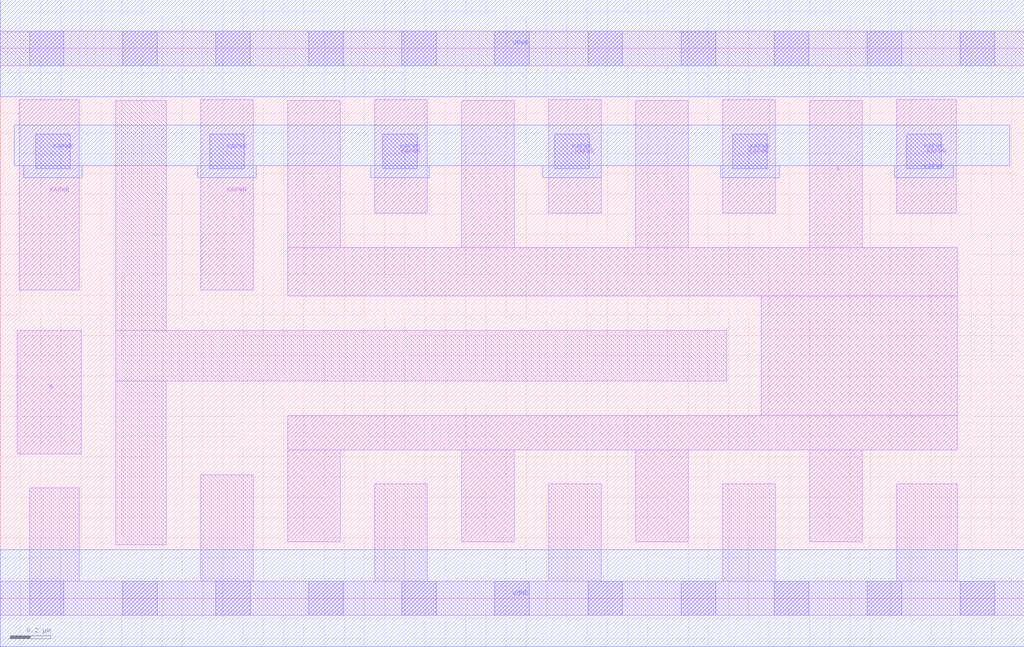
<source format=lef>
# Copyright 2020 The SkyWater PDK Authors
#
# Licensed under the Apache License, Version 2.0 (the "License");
# you may not use this file except in compliance with the License.
# You may obtain a copy of the License at
#
#     https://www.apache.org/licenses/LICENSE-2.0
#
# Unless required by applicable law or agreed to in writing, software
# distributed under the License is distributed on an "AS IS" BASIS,
# WITHOUT WARRANTIES OR CONDITIONS OF ANY KIND, either express or implied.
# See the License for the specific language governing permissions and
# limitations under the License.
#
# SPDX-License-Identifier: Apache-2.0

VERSION 5.7 ;
  NAMESCASESENSITIVE ON ;
  NOWIREEXTENSIONATPIN ON ;
  DIVIDERCHAR "/" ;
  BUSBITCHARS "[]" ;
UNITS
  DATABASE MICRONS 200 ;
END UNITS
MACRO sky130_fd_sc_hd__lpflow_clkbufkapwr_8
  CLASS CORE ;
  SOURCE USER ;
  FOREIGN sky130_fd_sc_hd__lpflow_clkbufkapwr_8 ;
  ORIGIN  0.000000  0.000000 ;
  SIZE  5.060000 BY  2.720000 ;
  SYMMETRY X Y R90 ;
  SITE unithd ;
  PIN A
    ANTENNAGATEAREA  0.426000 ;
    DIRECTION INPUT ;
    USE SIGNAL ;
    PORT
      LAYER li1 ;
        RECT 0.085000 0.715000 0.400000 1.325000 ;
    END
  END A
  PIN X
    ANTENNADIFFAREA  1.590400 ;
    DIRECTION OUTPUT ;
    USE SIGNAL ;
    PORT
      LAYER li1 ;
        RECT 1.420000 0.280000 1.680000 0.735000 ;
        RECT 1.420000 0.735000 4.730000 0.905000 ;
        RECT 1.420000 1.495000 4.730000 1.735000 ;
        RECT 1.420000 1.735000 1.680000 2.460000 ;
        RECT 2.280000 0.280000 2.540000 0.735000 ;
        RECT 2.280000 1.735000 2.540000 2.460000 ;
        RECT 3.140000 0.280000 3.400000 0.735000 ;
        RECT 3.140000 1.735000 3.400000 2.460000 ;
        RECT 3.760000 0.905000 4.730000 1.495000 ;
        RECT 4.000000 0.280000 4.260000 0.735000 ;
        RECT 4.000000 1.735000 4.260000 2.460000 ;
    END
  END X
  PIN KAPWR
    DIRECTION INOUT ;
    SHAPE ABUTMENT ;
    USE POWER ;
    PORT
      LAYER li1 ;
        RECT 0.095000 1.525000 0.390000 2.465000 ;
      LAYER mcon ;
        RECT 0.175000 2.125000 0.345000 2.295000 ;
    END
    PORT
      LAYER li1 ;
        RECT 0.990000 1.525000 1.250000 2.465000 ;
      LAYER mcon ;
        RECT 1.035000 2.125000 1.205000 2.295000 ;
    END
    PORT
      LAYER li1 ;
        RECT 1.850000 1.905000 2.110000 2.465000 ;
      LAYER mcon ;
        RECT 1.890000 2.125000 2.060000 2.295000 ;
    END
    PORT
      LAYER li1 ;
        RECT 2.710000 1.905000 2.970000 2.465000 ;
      LAYER mcon ;
        RECT 2.740000 2.125000 2.910000 2.295000 ;
    END
    PORT
      LAYER li1 ;
        RECT 3.570000 1.905000 3.830000 2.465000 ;
      LAYER mcon ;
        RECT 3.620000 2.125000 3.790000 2.295000 ;
    END
    PORT
      LAYER li1 ;
        RECT 4.430000 1.905000 4.725000 2.465000 ;
      LAYER mcon ;
        RECT 4.480000 2.125000 4.650000 2.295000 ;
    END
    PORT
      LAYER met1 ;
        RECT 0.070000 2.140000 4.990000 2.340000 ;
        RECT 0.115000 2.080000 0.405000 2.140000 ;
        RECT 0.975000 2.080000 1.265000 2.140000 ;
        RECT 1.830000 2.080000 2.120000 2.140000 ;
        RECT 2.680000 2.080000 2.970000 2.140000 ;
        RECT 3.560000 2.080000 3.850000 2.140000 ;
        RECT 4.420000 2.080000 4.710000 2.140000 ;
    END
  END KAPWR
  PIN VGND
    DIRECTION INOUT ;
    SHAPE ABUTMENT ;
    USE GROUND ;
    PORT
      LAYER met1 ;
        RECT 0.000000 -0.240000 5.060000 0.240000 ;
    END
  END VGND
  PIN VPWR
    DIRECTION INOUT ;
    SHAPE ABUTMENT ;
    USE POWER ;
    PORT
      LAYER met1 ;
        RECT 0.000000 2.480000 5.060000 2.960000 ;
    END
  END VPWR
  OBS
    LAYER li1 ;
      RECT 0.000000 -0.085000 5.060000 0.085000 ;
      RECT 0.000000  2.635000 5.060000 2.805000 ;
      RECT 0.145000  0.085000 0.390000 0.545000 ;
      RECT 0.570000  0.265000 0.820000 1.075000 ;
      RECT 0.570000  1.075000 3.590000 1.325000 ;
      RECT 0.570000  1.325000 0.820000 2.460000 ;
      RECT 0.990000  0.085000 1.250000 0.610000 ;
      RECT 1.850000  0.085000 2.110000 0.565000 ;
      RECT 2.710000  0.085000 2.970000 0.565000 ;
      RECT 3.570000  0.085000 3.830000 0.565000 ;
      RECT 4.430000  0.085000 4.730000 0.565000 ;
    LAYER mcon ;
      RECT 0.145000 -0.085000 0.315000 0.085000 ;
      RECT 0.145000  2.635000 0.315000 2.805000 ;
      RECT 0.605000 -0.085000 0.775000 0.085000 ;
      RECT 0.605000  2.635000 0.775000 2.805000 ;
      RECT 1.065000 -0.085000 1.235000 0.085000 ;
      RECT 1.065000  2.635000 1.235000 2.805000 ;
      RECT 1.525000 -0.085000 1.695000 0.085000 ;
      RECT 1.525000  2.635000 1.695000 2.805000 ;
      RECT 1.985000 -0.085000 2.155000 0.085000 ;
      RECT 1.985000  2.635000 2.155000 2.805000 ;
      RECT 2.445000 -0.085000 2.615000 0.085000 ;
      RECT 2.445000  2.635000 2.615000 2.805000 ;
      RECT 2.905000 -0.085000 3.075000 0.085000 ;
      RECT 2.905000  2.635000 3.075000 2.805000 ;
      RECT 3.365000 -0.085000 3.535000 0.085000 ;
      RECT 3.365000  2.635000 3.535000 2.805000 ;
      RECT 3.825000 -0.085000 3.995000 0.085000 ;
      RECT 3.825000  2.635000 3.995000 2.805000 ;
      RECT 4.285000 -0.085000 4.455000 0.085000 ;
      RECT 4.285000  2.635000 4.455000 2.805000 ;
      RECT 4.745000 -0.085000 4.915000 0.085000 ;
      RECT 4.745000  2.635000 4.915000 2.805000 ;
  END
END sky130_fd_sc_hd__lpflow_clkbufkapwr_8

</source>
